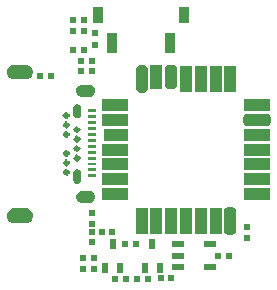
<source format=gbp>
G04 Layer_Color=128*
%FSLAX24Y24*%
%MOIN*%
G70*
G01*
G75*
%ADD10R,0.0244X0.0228*%
%ADD12R,0.0228X0.0244*%
%ADD13R,0.0244X0.0244*%
%ADD15R,0.0244X0.0244*%
%ADD16R,0.0217X0.0335*%
%ADD59R,0.0354X0.0709*%
%ADD60R,0.0354X0.0551*%
%ADD61R,0.0433X0.0217*%
%ADD63R,0.0394X0.0906*%
G04:AMPARAMS|DCode=64|XSize=90.6mil|YSize=39.4mil|CornerRadius=9.8mil|HoleSize=0mil|Usage=FLASHONLY|Rotation=90.000|XOffset=0mil|YOffset=0mil|HoleType=Round|Shape=RoundedRectangle|*
%AMROUNDEDRECTD64*
21,1,0.0906,0.0197,0,0,90.0*
21,1,0.0709,0.0394,0,0,90.0*
1,1,0.0197,0.0098,0.0354*
1,1,0.0197,0.0098,-0.0354*
1,1,0.0197,-0.0098,-0.0354*
1,1,0.0197,-0.0098,0.0354*
%
%ADD64ROUNDEDRECTD64*%
%ADD65R,0.0906X0.0394*%
G04:AMPARAMS|DCode=66|XSize=90.6mil|YSize=39.4mil|CornerRadius=9.8mil|HoleSize=0mil|Usage=FLASHONLY|Rotation=180.000|XOffset=0mil|YOffset=0mil|HoleType=Round|Shape=RoundedRectangle|*
%AMROUNDEDRECTD66*
21,1,0.0906,0.0197,0,0,180.0*
21,1,0.0709,0.0394,0,0,180.0*
1,1,0.0197,-0.0354,0.0098*
1,1,0.0197,0.0354,0.0098*
1,1,0.0197,0.0354,-0.0098*
1,1,0.0197,-0.0354,-0.0098*
%
%ADD66ROUNDEDRECTD66*%
G04:AMPARAMS|DCode=67|XSize=78.7mil|YSize=39.4mil|CornerRadius=9.8mil|HoleSize=0mil|Usage=FLASHONLY|Rotation=270.000|XOffset=0mil|YOffset=0mil|HoleType=Round|Shape=RoundedRectangle|*
%AMROUNDEDRECTD67*
21,1,0.0787,0.0197,0,0,270.0*
21,1,0.0591,0.0394,0,0,270.0*
1,1,0.0197,-0.0098,-0.0295*
1,1,0.0197,-0.0098,0.0295*
1,1,0.0197,0.0098,0.0295*
1,1,0.0197,0.0098,-0.0295*
%
%ADD67ROUNDEDRECTD67*%
%ADD68R,0.0394X0.0787*%
G04:AMPARAMS|DCode=69|XSize=90.6mil|YSize=39.4mil|CornerRadius=0mil|HoleSize=0mil|Usage=FLASHONLY|Rotation=270.000|XOffset=0mil|YOffset=0mil|HoleType=Round|Shape=Octagon|*
%AMOCTAGOND69*
4,1,8,-0.0098,-0.0453,0.0098,-0.0453,0.0197,-0.0354,0.0197,0.0354,0.0098,0.0453,-0.0098,0.0453,-0.0197,0.0354,-0.0197,-0.0354,-0.0098,-0.0453,0.0*
%
%ADD69OCTAGOND69*%

%ADD70R,0.0827X0.0394*%
%ADD118C,0.0128*%
G36*
X-1507Y-526D02*
X-1783D01*
Y-427D01*
X-1507D01*
Y-526D01*
D02*
G37*
G36*
Y-722D02*
X-1783D01*
Y-624D01*
X-1507D01*
Y-722D01*
D02*
G37*
G36*
Y-132D02*
X-1783D01*
Y-33D01*
X-1507D01*
Y-132D01*
D02*
G37*
G36*
Y-329D02*
X-1783D01*
Y-230D01*
X-1507D01*
Y-329D01*
D02*
G37*
G36*
Y-919D02*
X-1783D01*
Y-821D01*
X-1507D01*
Y-919D01*
D02*
G37*
G36*
X-1612Y-1605D02*
X-1557Y-1660D01*
X-1527Y-1732D01*
Y-1811D01*
X-1557Y-1883D01*
X-1612Y-1938D01*
X-1685Y-1968D01*
X-1999D01*
X-2071Y-1938D01*
X-2127Y-1883D01*
X-2157Y-1811D01*
Y-1732D01*
X-2127Y-1660D01*
X-2071Y-1605D01*
X-1999Y-1575D01*
X-1685D01*
X-1612Y-1605D01*
D02*
G37*
G36*
X-3720Y-2191D02*
X-3653Y-2258D01*
X-3617Y-2345D01*
Y-2439D01*
X-3653Y-2526D01*
X-3720Y-2592D01*
X-3807Y-2628D01*
X-4294D01*
X-4381Y-2592D01*
X-4448Y-2526D01*
X-4484Y-2439D01*
Y-2345D01*
X-4448Y-2258D01*
X-4381Y-2191D01*
X-4294Y-2155D01*
X-3807D01*
X-3720Y-2191D01*
D02*
G37*
G36*
X-1507Y-1116D02*
X-1783D01*
Y-1018D01*
X-1507D01*
Y-1116D01*
D02*
G37*
G36*
X-2059Y-873D02*
X-2020Y-912D01*
X-1999Y-963D01*
Y-990D01*
Y-1187D01*
Y-1214D01*
X-2020Y-1265D01*
X-2059Y-1304D01*
X-2110Y-1325D01*
X-2165D01*
X-2215Y-1304D01*
X-2254Y-1265D01*
X-2275Y-1214D01*
Y-1187D01*
Y-990D01*
Y-963D01*
X-2254Y-912D01*
X-2215Y-873D01*
X-2165Y-852D01*
X-2110D01*
X-2059Y-873D01*
D02*
G37*
G36*
X-1507Y1049D02*
X-1783D01*
Y1148D01*
X-1507D01*
Y1049D01*
D02*
G37*
G36*
Y852D02*
X-1783D01*
Y951D01*
X-1507D01*
Y852D01*
D02*
G37*
G36*
X-3720Y2592D02*
X-3653Y2525D01*
X-3617Y2439D01*
Y2345D01*
X-3653Y2258D01*
X-3720Y2191D01*
X-3807Y2155D01*
X-4294D01*
X-4381Y2191D01*
X-4448Y2258D01*
X-4484Y2345D01*
Y2439D01*
X-4448Y2525D01*
X-4381Y2592D01*
X-4294Y2628D01*
X-3807D01*
X-3720Y2592D01*
D02*
G37*
G36*
X-1612Y1939D02*
X-1557Y1883D01*
X-1527Y1811D01*
Y1733D01*
X-1557Y1660D01*
X-1612Y1605D01*
X-1685Y1575D01*
X-1999D01*
X-2071Y1605D01*
X-2127Y1660D01*
X-2157Y1733D01*
Y1811D01*
X-2127Y1883D01*
X-2071Y1939D01*
X-1999Y1969D01*
X-1685D01*
X-1612Y1939D01*
D02*
G37*
G36*
X-2059Y1304D02*
X-2020Y1265D01*
X-1999Y1214D01*
Y1187D01*
Y990D01*
Y963D01*
X-2020Y912D01*
X-2059Y873D01*
X-2110Y852D01*
X-2165D01*
X-2215Y873D01*
X-2254Y912D01*
X-2275Y963D01*
Y990D01*
Y1187D01*
Y1214D01*
X-2254Y1265D01*
X-2215Y1304D01*
X-2165Y1325D01*
X-2110D01*
X-2059Y1304D01*
D02*
G37*
G36*
X-1507Y262D02*
X-1783D01*
Y360D01*
X-1507D01*
Y262D01*
D02*
G37*
G36*
Y65D02*
X-1783D01*
Y163D01*
X-1507D01*
Y65D01*
D02*
G37*
G36*
Y655D02*
X-1783D01*
Y754D01*
X-1507D01*
Y655D01*
D02*
G37*
G36*
Y459D02*
X-1783D01*
Y557D01*
X-1507D01*
Y459D01*
D02*
G37*
D10*
X-1913Y4122D02*
D03*
Y3752D02*
D03*
X-1551Y3679D02*
D03*
Y3309D02*
D03*
X-1925Y-4161D02*
D03*
X-1925Y-3791D02*
D03*
X-1575Y-4161D02*
D03*
X-1575Y-3791D02*
D03*
D12*
X-1626Y2756D02*
D03*
X-1996D02*
D03*
X-1626Y2413D02*
D03*
X-1996D02*
D03*
X2941Y-3740D02*
D03*
X2571D02*
D03*
X-1905Y3130D02*
D03*
X-2275D02*
D03*
X-3377Y2247D02*
D03*
X-3007D02*
D03*
X-169Y-3351D02*
D03*
X-539D02*
D03*
X-874Y-4520D02*
D03*
X-504D02*
D03*
X-152Y-4508D02*
D03*
X218D02*
D03*
D13*
X-2272Y4114D02*
D03*
Y3760D02*
D03*
X3543Y-2776D02*
D03*
Y-3130D02*
D03*
X-1654Y-2657D02*
D03*
Y-2303D02*
D03*
Y-2933D02*
D03*
Y-3287D02*
D03*
D15*
X-965Y-2933D02*
D03*
X-1319D02*
D03*
X650Y-4460D02*
D03*
X1004D02*
D03*
D16*
X-945Y-3327D02*
D03*
X-1201Y-4154D02*
D03*
X-689D02*
D03*
X630D02*
D03*
X118D02*
D03*
X374Y-3327D02*
D03*
D59*
X-965Y3346D02*
D03*
X965D02*
D03*
D60*
X1437Y4291D02*
D03*
X-1437D02*
D03*
D61*
X1240Y-4099D02*
D03*
X1240Y-3725D02*
D03*
X1240Y-3351D02*
D03*
X2303D02*
D03*
Y-4099D02*
D03*
D63*
X20Y-2559D02*
D03*
X512D02*
D03*
X1004D02*
D03*
X1496D02*
D03*
X1988Y-2559D02*
D03*
X2480D02*
D03*
X2972Y2165D02*
D03*
X2480D02*
D03*
X1988D02*
D03*
X1496Y2165D02*
D03*
D64*
X2972Y-2559D02*
D03*
D65*
X3858Y-1673D02*
D03*
Y-1181D02*
D03*
Y-689D02*
D03*
X3858Y-197D02*
D03*
X3858Y295D02*
D03*
Y1280D02*
D03*
X-866Y1280D02*
D03*
X-866Y787D02*
D03*
X-866Y-197D02*
D03*
X-866Y-689D02*
D03*
Y-1181D02*
D03*
Y-1673D02*
D03*
D66*
X3858Y787D02*
D03*
D67*
X1004Y2224D02*
D03*
D68*
X512Y2224D02*
D03*
D69*
X20Y2165D02*
D03*
D70*
X-827Y295D02*
D03*
D118*
X-2073Y-158D02*
G03*
X-2073Y-158I-64J0D01*
G01*
Y157D02*
G03*
X-2073Y157I-64J0D01*
G01*
Y-472D02*
G03*
X-2073Y-472I-64J0D01*
G01*
Y472D02*
G03*
X-2073Y472I-64J0D01*
G01*
X-2427Y-315D02*
G03*
X-2427Y-315I-64J0D01*
G01*
Y315D02*
G03*
X-2427Y315I-64J0D01*
G01*
Y-630D02*
G03*
X-2427Y-630I-64J0D01*
G01*
Y630D02*
G03*
X-2427Y630I-64J0D01*
G01*
Y-945D02*
G03*
X-2427Y-945I-64J0D01*
G01*
Y945D02*
G03*
X-2427Y945I-64J0D01*
G01*
M02*

</source>
